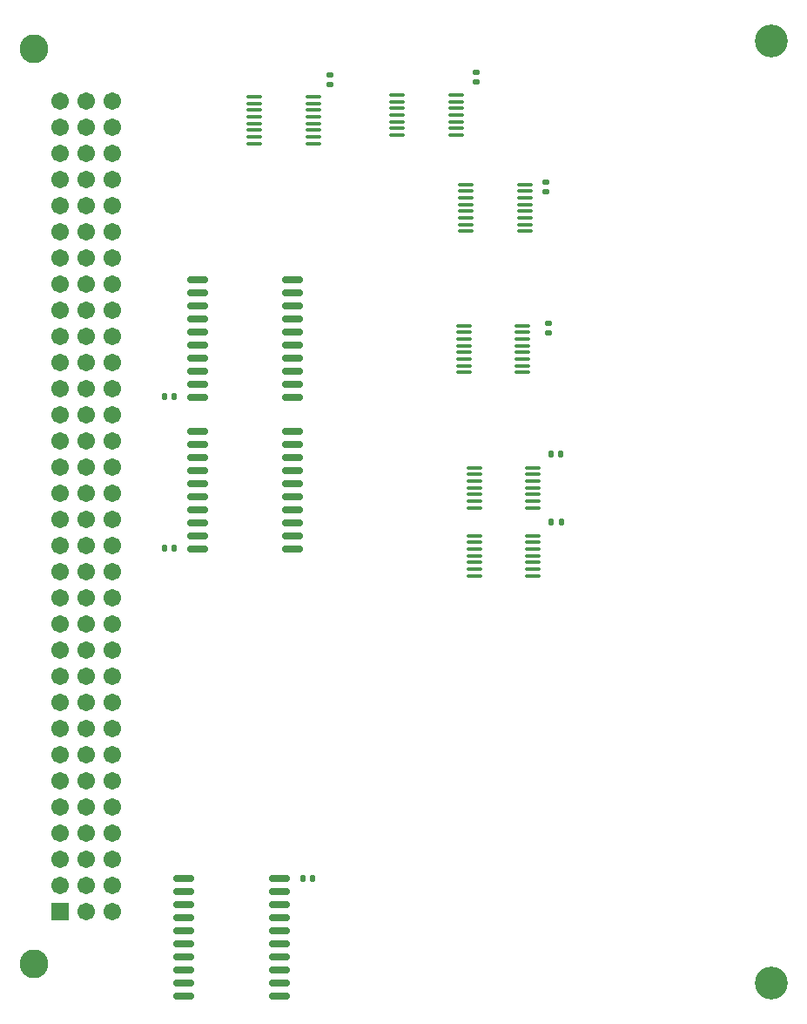
<source format=gbr>
%TF.GenerationSoftware,KiCad,Pcbnew,(7.0.0)*%
%TF.CreationDate,2023-12-30T21:58:10+02:00*%
%TF.ProjectId,alu,616c752e-6b69-4636-9164-5f7063625858,rev?*%
%TF.SameCoordinates,Original*%
%TF.FileFunction,Soldermask,Top*%
%TF.FilePolarity,Negative*%
%FSLAX46Y46*%
G04 Gerber Fmt 4.6, Leading zero omitted, Abs format (unit mm)*
G04 Created by KiCad (PCBNEW (7.0.0)) date 2023-12-30 21:58:10*
%MOMM*%
%LPD*%
G01*
G04 APERTURE LIST*
G04 Aperture macros list*
%AMRoundRect*
0 Rectangle with rounded corners*
0 $1 Rounding radius*
0 $2 $3 $4 $5 $6 $7 $8 $9 X,Y pos of 4 corners*
0 Add a 4 corners polygon primitive as box body*
4,1,4,$2,$3,$4,$5,$6,$7,$8,$9,$2,$3,0*
0 Add four circle primitives for the rounded corners*
1,1,$1+$1,$2,$3*
1,1,$1+$1,$4,$5*
1,1,$1+$1,$6,$7*
1,1,$1+$1,$8,$9*
0 Add four rect primitives between the rounded corners*
20,1,$1+$1,$2,$3,$4,$5,0*
20,1,$1+$1,$4,$5,$6,$7,0*
20,1,$1+$1,$6,$7,$8,$9,0*
20,1,$1+$1,$8,$9,$2,$3,0*%
G04 Aperture macros list end*
%ADD10RoundRect,0.140000X-0.140000X-0.170000X0.140000X-0.170000X0.140000X0.170000X-0.140000X0.170000X0*%
%ADD11RoundRect,0.100000X-0.637500X-0.100000X0.637500X-0.100000X0.637500X0.100000X-0.637500X0.100000X0*%
%ADD12C,2.790000*%
%ADD13RoundRect,0.102000X-0.754000X0.754000X-0.754000X-0.754000X0.754000X-0.754000X0.754000X0.754000X0*%
%ADD14C,1.712000*%
%ADD15RoundRect,0.140000X0.140000X0.170000X-0.140000X0.170000X-0.140000X-0.170000X0.140000X-0.170000X0*%
%ADD16RoundRect,0.140000X0.170000X-0.140000X0.170000X0.140000X-0.170000X0.140000X-0.170000X-0.140000X0*%
%ADD17RoundRect,0.150000X-0.875000X-0.150000X0.875000X-0.150000X0.875000X0.150000X-0.875000X0.150000X0*%
%ADD18C,3.200000*%
%ADD19RoundRect,0.150000X0.875000X0.150000X-0.875000X0.150000X-0.875000X-0.150000X0.875000X-0.150000X0*%
%ADD20RoundRect,0.140000X-0.170000X0.140000X-0.170000X-0.140000X0.170000X-0.140000X0.170000X0.140000X0*%
G04 APERTURE END LIST*
D10*
%TO.C,C28*%
X92258000Y-77724000D03*
X93218000Y-77724000D03*
%TD*%
%TO.C,C27*%
X92230000Y-71120000D03*
X93190000Y-71120000D03*
%TD*%
D11*
%TO.C,U24*%
X84767500Y-72472000D03*
X84767500Y-73122000D03*
X84767500Y-73772000D03*
X84767500Y-74422000D03*
X84767500Y-75072000D03*
X84767500Y-75722000D03*
X84767500Y-76372000D03*
X90492500Y-76372000D03*
X90492500Y-75722000D03*
X90492500Y-75072000D03*
X90492500Y-74422000D03*
X90492500Y-73772000D03*
X90492500Y-73122000D03*
X90492500Y-72472000D03*
%TD*%
D12*
%TO.C,J1*%
X41910000Y-31750000D03*
X41910000Y-120650000D03*
D13*
X44450000Y-115570000D03*
D14*
X44450000Y-113030000D03*
X44450000Y-110490000D03*
X44450000Y-107950000D03*
X44450000Y-105410000D03*
X44450000Y-102870000D03*
X44450000Y-100330000D03*
X44450000Y-97790000D03*
X44450000Y-95250000D03*
X44450000Y-92710000D03*
X44450000Y-90170000D03*
X44450000Y-87630000D03*
X44450000Y-85090000D03*
X44450000Y-82550000D03*
X44450000Y-80010000D03*
X44450000Y-77470000D03*
X44450000Y-74930000D03*
X44450000Y-72390000D03*
X44450000Y-69850000D03*
X44450000Y-67310000D03*
X44450000Y-64770000D03*
X44450000Y-62230000D03*
X44450000Y-59690000D03*
X44450000Y-57150000D03*
X44450000Y-54610000D03*
X44450000Y-52070000D03*
X44450000Y-49530000D03*
X44450000Y-46990000D03*
X44450000Y-44450000D03*
X44450000Y-41910000D03*
X44450000Y-39370000D03*
X44450000Y-36830000D03*
X46990000Y-115570000D03*
X46990000Y-113030000D03*
X46990000Y-110490000D03*
X46990000Y-107950000D03*
X46990000Y-105410000D03*
X46990000Y-102870000D03*
X46990000Y-100330000D03*
X46990000Y-97790000D03*
X46990000Y-95250000D03*
X46990000Y-92710000D03*
X46990000Y-90170000D03*
X46990000Y-87630000D03*
X46990000Y-85090000D03*
X46990000Y-82550000D03*
X46990000Y-80010000D03*
X46990000Y-77470000D03*
X46990000Y-74930000D03*
X46990000Y-72390000D03*
X46990000Y-69850000D03*
X46990000Y-67310000D03*
X46990000Y-64770000D03*
X46990000Y-62230000D03*
X46990000Y-59690000D03*
X46990000Y-57150000D03*
X46990000Y-54610000D03*
X46990000Y-52070000D03*
X46990000Y-49530000D03*
X46990000Y-46990000D03*
X46990000Y-44450000D03*
X46990000Y-41910000D03*
X46990000Y-39370000D03*
X46990000Y-36830000D03*
X49530000Y-115570000D03*
X49530000Y-113030000D03*
X49530000Y-110490000D03*
X49530000Y-107950000D03*
X49530000Y-105410000D03*
X49530000Y-102870000D03*
X49530000Y-100330000D03*
X49530000Y-97790000D03*
X49530000Y-95250000D03*
X49530000Y-92710000D03*
X49530000Y-90170000D03*
X49530000Y-87630000D03*
X49530000Y-85090000D03*
X49530000Y-82550000D03*
X49530000Y-80010000D03*
X49530000Y-77470000D03*
X49530000Y-74930000D03*
X49530000Y-72390000D03*
X49530000Y-69850000D03*
X49530000Y-67310000D03*
X49530000Y-64770000D03*
X49530000Y-62230000D03*
X49530000Y-59690000D03*
X49530000Y-57150000D03*
X49530000Y-54610000D03*
X49530000Y-52070000D03*
X49530000Y-49530000D03*
X49530000Y-46990000D03*
X49530000Y-44450000D03*
X49530000Y-41910000D03*
X49530000Y-39370000D03*
X49530000Y-36830000D03*
%TD*%
D11*
%TO.C,U27*%
X83937000Y-44958000D03*
X83937000Y-45608000D03*
X83937000Y-46258000D03*
X83937000Y-46908000D03*
X83937000Y-47558000D03*
X83937000Y-48208000D03*
X83937000Y-48858000D03*
X83937000Y-49508000D03*
X89662000Y-49508000D03*
X89662000Y-48858000D03*
X89662000Y-48208000D03*
X89662000Y-47558000D03*
X89662000Y-46908000D03*
X89662000Y-46258000D03*
X89662000Y-45608000D03*
X89662000Y-44958000D03*
%TD*%
D15*
%TO.C,C25*%
X55598000Y-80292000D03*
X54638000Y-80292000D03*
%TD*%
D16*
%TO.C,C1*%
X84963000Y-35024000D03*
X84963000Y-34064000D03*
%TD*%
D11*
%TO.C,U30*%
X77274500Y-36277000D03*
X77274500Y-36927000D03*
X77274500Y-37577000D03*
X77274500Y-38227000D03*
X77274500Y-38877000D03*
X77274500Y-39527000D03*
X77274500Y-40177000D03*
X82999500Y-40177000D03*
X82999500Y-39527000D03*
X82999500Y-38877000D03*
X82999500Y-38227000D03*
X82999500Y-37577000D03*
X82999500Y-36927000D03*
X82999500Y-36277000D03*
%TD*%
D16*
%TO.C,C26*%
X70739000Y-35278000D03*
X70739000Y-34318000D03*
%TD*%
D11*
%TO.C,U29*%
X63363000Y-36434000D03*
X63363000Y-37084000D03*
X63363000Y-37734000D03*
X63363000Y-38384000D03*
X63363000Y-39034000D03*
X63363000Y-39684000D03*
X63363000Y-40334000D03*
X63363000Y-40984000D03*
X69088000Y-40984000D03*
X69088000Y-40334000D03*
X69088000Y-39684000D03*
X69088000Y-39034000D03*
X69088000Y-38384000D03*
X69088000Y-37734000D03*
X69088000Y-37084000D03*
X69088000Y-36434000D03*
%TD*%
D17*
%TO.C,U13*%
X56515000Y-112395000D03*
X56515000Y-113665000D03*
X56515000Y-114935000D03*
X56515000Y-116205000D03*
X56515000Y-117475000D03*
X56515000Y-118745000D03*
X56515000Y-120015000D03*
X56515000Y-121285000D03*
X56515000Y-122555000D03*
X56515000Y-123825000D03*
X65815000Y-123825000D03*
X65815000Y-122555000D03*
X65815000Y-121285000D03*
X65815000Y-120015000D03*
X65815000Y-118745000D03*
X65815000Y-117475000D03*
X65815000Y-116205000D03*
X65815000Y-114935000D03*
X65815000Y-113665000D03*
X65815000Y-112395000D03*
%TD*%
D18*
%TO.C,REF\u002A\u002A*%
X113665000Y-122555000D03*
%TD*%
D11*
%TO.C,U26*%
X83751500Y-58685000D03*
X83751500Y-59335000D03*
X83751500Y-59985000D03*
X83751500Y-60635000D03*
X83751500Y-61285000D03*
X83751500Y-61935000D03*
X83751500Y-62585000D03*
X83751500Y-63235000D03*
X89476500Y-63235000D03*
X89476500Y-62585000D03*
X89476500Y-61935000D03*
X89476500Y-61285000D03*
X89476500Y-60635000D03*
X89476500Y-59985000D03*
X89476500Y-59335000D03*
X89476500Y-58685000D03*
%TD*%
D10*
%TO.C,C23*%
X68100000Y-112395000D03*
X69060000Y-112395000D03*
%TD*%
D19*
%TO.C,U28*%
X67134000Y-65659000D03*
X67134000Y-64389000D03*
X67134000Y-63119000D03*
X67134000Y-61849000D03*
X67134000Y-60579000D03*
X67134000Y-59309000D03*
X67134000Y-58039000D03*
X67134000Y-56769000D03*
X67134000Y-55499000D03*
X67134000Y-54229000D03*
X57834000Y-54229000D03*
X57834000Y-55499000D03*
X57834000Y-56769000D03*
X57834000Y-58039000D03*
X57834000Y-59309000D03*
X57834000Y-60579000D03*
X57834000Y-61849000D03*
X57834000Y-63119000D03*
X57834000Y-64389000D03*
X57834000Y-65659000D03*
%TD*%
%TO.C,U25*%
X67134000Y-80391000D03*
X67134000Y-79121000D03*
X67134000Y-77851000D03*
X67134000Y-76581000D03*
X67134000Y-75311000D03*
X67134000Y-74041000D03*
X67134000Y-72771000D03*
X67134000Y-71501000D03*
X67134000Y-70231000D03*
X67134000Y-68961000D03*
X57834000Y-68961000D03*
X57834000Y-70231000D03*
X57834000Y-71501000D03*
X57834000Y-72771000D03*
X57834000Y-74041000D03*
X57834000Y-75311000D03*
X57834000Y-76581000D03*
X57834000Y-77851000D03*
X57834000Y-79121000D03*
X57834000Y-80391000D03*
%TD*%
D20*
%TO.C,C30*%
X91694000Y-44732000D03*
X91694000Y-45692000D03*
%TD*%
D15*
%TO.C,C24*%
X55598000Y-65532000D03*
X54638000Y-65532000D03*
%TD*%
D18*
%TO.C,REF\u002A\u002A*%
X113665000Y-30988000D03*
%TD*%
D11*
%TO.C,U23*%
X84767500Y-79076000D03*
X84767500Y-79726000D03*
X84767500Y-80376000D03*
X84767500Y-81026000D03*
X84767500Y-81676000D03*
X84767500Y-82326000D03*
X84767500Y-82976000D03*
X90492500Y-82976000D03*
X90492500Y-82326000D03*
X90492500Y-81676000D03*
X90492500Y-81026000D03*
X90492500Y-80376000D03*
X90492500Y-79726000D03*
X90492500Y-79076000D03*
%TD*%
D20*
%TO.C,C29*%
X91948000Y-58448000D03*
X91948000Y-59408000D03*
%TD*%
M02*

</source>
